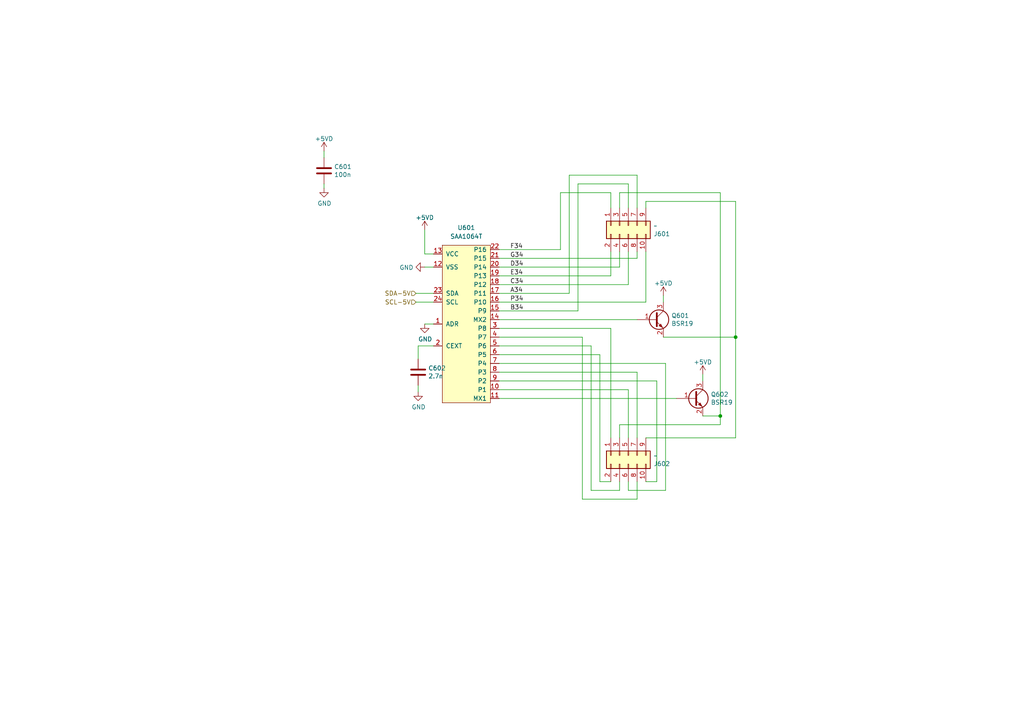
<source format=kicad_sch>
(kicad_sch (version 20250114) (generator "eeschema") (generator_version "9.0")
  (paper "A4")
  (title_block (title "CMOS-74A") (date "2025-09-17") (rev "V0.4") (company "F4DEB") (comment 1 "SEVEN SEGMENTS"))
  (lib_symbols
    (symbol "CEN-SCHEMA:SAA1064T" (pin_names (offset 1.016))
      (property "Reference" "U" (at 46.355 1.905 0))
      (property "Value" "SAA1064T" (at 46.355 1.905 0))
      (symbol "SAA1064T_0_1"
        (rectangle (start -5.08 22.86) (end 8.89 -22.86) (fill (type background)))
      )
      (symbol "SAA1064T_1_1"
        (pin input line (at -7.62 21.59 0) (length 2.54) (name "P16") (number "22"))
        (pin input line (at -7.62 19.05 0) (length 2.54) (name "P15") (number "21"))
        (pin input line (at -7.62 16.51 0) (length 2.54) (name "P14") (number "20"))
        (pin input line (at -7.62 13.97 0) (length 2.54) (name "P13") (number "19"))
        (pin input line (at -7.62 11.43 0) (length 2.54) (name "P12") (number "18"))
        (pin input line (at -7.62 8.89 0) (length 2.54) (name "P11") (number "17"))
        (pin input line (at -7.62 6.35 0) (length 2.54) (name "P10") (number "16"))
        (pin input line (at -7.62 3.81 0) (length 2.54) (name "P9") (number "15"))
        (pin input line (at -7.62 1.27 0) (length 2.54) (name "MX2") (number "14"))
        (pin input line (at -7.62 -1.27 0) (length 2.54) (name "P8") (number "3"))
        (pin input line (at -7.62 -3.81 0) (length 2.54) (name "P7") (number "4"))
        (pin input line (at -7.62 -6.35 0) (length 2.54) (name "P6") (number "5"))
        (pin input line (at -7.62 -8.89 0) (length 2.54) (name "P5") (number "6"))
        (pin input line (at -7.62 -11.43 0) (length 2.54) (name "P4") (number "7"))
        (pin input line (at -7.62 -13.97 0) (length 2.54) (name "P3") (number "8"))
        (pin input line (at -7.62 -16.51 0) (length 2.54) (name "P2") (number "9"))
        (pin input line (at -7.62 -19.05 0) (length 2.54) (name "P1") (number "10"))
        (pin input line (at -7.62 -21.59 0) (length 2.54) (name "MX1") (number "11"))
        (pin input line (at 11.43 20.32 180) (length 2.54) (name "VCC") (number "13"))
        (pin input line (at 11.43 16.51 180) (length 2.54) (name "VSS") (number "12"))
        (pin input line (at 11.43 8.89 180) (length 2.54) (name "SDA") (number "23"))
        (pin input line (at 11.43 6.35 180) (length 2.54) (name "SCL") (number "24"))
        (pin input line (at 11.43 0 180) (length 2.54) (name "ADR") (number "1"))
        (pin input line (at 11.43 -6.35 180) (length 2.54) (name "CEXT") (number "2"))
      )
    )
    (symbol "Connector_Generic:Conn_02x05_Odd_Even" (pin_names (offset 1.016) (hide yes))
      (property "Reference" "J" (at 1.27 7.62 0))
      (property "Value" "Conn_02x05_Odd_Even" (at 1.27 -7.62 0))
      (symbol "Conn_02x05_Odd_Even_1_1"
        (rectangle (start -1.27 6.35) (end 3.81 -6.35) (stroke (width 0.254)) (fill (type background)))
        (rectangle (start -1.27 5.207) (end 0 4.953) (stroke (width 0.1524)))
        (rectangle (start -1.27 2.667) (end 0 2.413) (stroke (width 0.1524)))
        (rectangle (start -1.27 0.127) (end 0 -0.127) (stroke (width 0.1524)))
        (rectangle (start -1.27 -2.413) (end 0 -2.667) (stroke (width 0.1524)))
        (rectangle (start -1.27 -4.953) (end 0 -5.207) (stroke (width 0.1524)))
        (rectangle (start 3.81 5.207) (end 2.54 4.953) (stroke (width 0.1524)))
        (rectangle (start 3.81 2.667) (end 2.54 2.413) (stroke (width 0.1524)))
        (rectangle (start 3.81 0.127) (end 2.54 -0.127) (stroke (width 0.1524)))
        (rectangle (start 3.81 -2.413) (end 2.54 -2.667) (stroke (width 0.1524)))
        (rectangle (start 3.81 -4.953) (end 2.54 -5.207) (stroke (width 0.1524)))
        (pin passive line (at -5.08 5.08 0) (length 3.81) (name "Pin_1") (number "1"))
        (pin passive line (at -5.08 2.54 0) (length 3.81) (name "Pin_3") (number "3"))
        (pin passive line (at -5.08 0 0) (length 3.81) (name "Pin_5") (number "5"))
        (pin passive line (at -5.08 -2.54 0) (length 3.81) (name "Pin_7") (number "7"))
        (pin passive line (at -5.08 -5.08 0) (length 3.81) (name "Pin_9") (number "9"))
        (pin passive line (at 7.62 5.08 180) (length 3.81) (name "Pin_2") (number "2"))
        (pin passive line (at 7.62 2.54 180) (length 3.81) (name "Pin_4") (number "4"))
        (pin passive line (at 7.62 0 180) (length 3.81) (name "Pin_6") (number "6"))
        (pin passive line (at 7.62 -2.54 180) (length 3.81) (name "Pin_8") (number "8"))
        (pin passive line (at 7.62 -5.08 180) (length 3.81) (name "Pin_10") (number "10"))
      )
    )
    (symbol "Device:C" (pin_numbers (hide yes)) (pin_names (offset 0.254))
      (property "Reference" "C" (at 0.635 2.54 0))
      (property "Value" "C" (at 0.635 -2.54 0))
      (symbol "C_0_1"
        (polyline (pts (xy -2.032 0.762) (xy 2.032 0.762)) (stroke (width 0.508)))
        (polyline (pts (xy -2.032 -0.762) (xy 2.032 -0.762)) (stroke (width 0.508)))
      )
      (symbol "C_1_1"
        (pin passive line (at 0 3.81 270) (length 2.794) (name "~") (number "1"))
        (pin passive line (at 0 -3.81 90) (length 2.794) (name "~") (number "2"))
      )
    )
    (symbol "Transistor_BJT:BC817" (pin_names (offset 0) (hide yes))
      (property "Reference" "Q" (at 5.08 1.905 0))
      (property "Value" "BC817" (at 5.08 0 0))
      (symbol "BC817_0_1"
        (polyline (pts (xy 0.635 1.905) (xy 0.635 -1.905) (xy 0.635 -1.905)) (stroke (width 0.508)))
        (polyline (pts (xy 0.635 0.635) (xy 2.54 2.54)))
        (polyline (pts (xy 0.635 -0.635) (xy 2.54 -2.54) (xy 2.54 -2.54)))
        (circle (center 1.27 0) (radius 2.8194) (stroke (width 0.254)))
        (polyline (pts (xy 1.27 -1.778) (xy 1.778 -1.27) (xy 2.286 -2.286) (xy 1.27 -1.778) (xy 1.27 -1.778)) (fill (type outline)))
      )
      (symbol "BC817_1_1"
        (pin input line (at -5.08 0 0) (length 5.715) (name "B") (number "1"))
        (pin passive line (at 2.54 5.08 270) (length 2.54) (name "C") (number "3"))
        (pin passive line (at 2.54 -5.08 90) (length 2.54) (name "E") (number "2"))
      )
    )
    (symbol "power:+5VD" (power) (pin_names (offset 0))
      (property "Value" "+5VD" (at 0 3.556 0))
      (symbol "+5VD_0_1"
        (polyline (pts (xy -0.762 1.27) (xy 0 2.54)))
        (polyline (pts (xy 0 2.54) (xy 0.762 1.27)))
        (polyline (pts (xy 0 0) (xy 0 2.54)))
      )
      (symbol "+5VD_1_1"
        (pin power_in line (at 0 0 90) (length 0) (hide yes) (name "+5VD") (number "1"))
      )
    )
    (symbol "power:GND" (power) (pin_names (offset 0))
      (property "Value" "GND" (at 0 -3.81 0))
      (symbol "GND_0_1"
        (polyline (pts (xy 0 0) (xy 0 -1.27) (xy 1.27 -1.27) (xy 0 -2.54) (xy -1.27 -1.27) (xy 0 -1.27)))
      )
      (symbol "GND_1_1"
        (pin power_in line (at 0 0 270) (length 0) (hide yes) (name "GND") (number "1"))
      )
    )
  )
  (junction (at 213.36 97.79))
  (junction (at 208.915 120.65))
  (wire (pts (xy 184.785 144.78) (xy 184.785 139.7)))
  (wire (pts (xy 144.78 110.49) (xy 190.5 110.49)))
  (wire (pts (xy 144.78 113.03) (xy 182.245 113.03)))
  (wire (pts (xy 190.5 139.7) (xy 187.325 139.7)))
  (wire (pts (xy 177.165 95.25) (xy 177.165 127)))
  (wire (pts (xy 196.215 115.57) (xy 144.78 115.57)))
  (wire (pts (xy 184.785 74.93) (xy 184.785 73.025)))
  (wire (pts (xy 193.04 105.41) (xy 193.04 142.24)))
  (wire (pts (xy 144.78 85.09) (xy 165.1 85.09)))
  (wire (pts (xy 93.98 53.34) (xy 93.98 54.61)))
  (wire (pts (xy 187.325 58.42) (xy 187.325 60.325)))
  (wire (pts (xy 171.45 100.33) (xy 171.45 142.24)))
  (wire (pts (xy 193.04 142.24) (xy 182.245 142.24)))
  (wire (pts (xy 144.78 97.79) (xy 168.91 97.79)))
  (wire (pts (xy 123.19 73.66) (xy 125.73 73.66)))
  (wire (pts (xy 177.165 55.88) (xy 177.165 60.325)))
  (wire (pts (xy 182.245 142.24) (xy 182.245 139.7)))
  (wire (pts (xy 182.245 53.34) (xy 182.245 60.325)))
  (wire (pts (xy 144.78 102.87) (xy 173.99 102.87)))
  (wire (pts (xy 93.98 43.815) (xy 93.98 45.72)))
  (wire (pts (xy 144.78 100.33) (xy 171.45 100.33)))
  (wire (pts (xy 177.165 80.01) (xy 177.165 73.025)))
  (wire (pts (xy 144.78 90.17) (xy 167.64 90.17)))
  (wire (pts (xy 120.65 85.09) (xy 125.73 85.09)))
  (wire (pts (xy 171.45 142.24) (xy 179.705 142.24)))
  (wire (pts (xy 208.915 55.88) (xy 208.915 120.65)))
  (wire (pts (xy 173.99 102.87) (xy 173.99 139.7)))
  (wire (pts (xy 144.78 82.55) (xy 182.245 82.55)))
  (wire (pts (xy 123.19 66.675) (xy 123.19 73.66)))
  (wire (pts (xy 192.405 87.63) (xy 192.405 85.725)))
  (wire (pts (xy 203.835 110.49) (xy 203.835 108.585)))
  (wire (pts (xy 123.19 77.47) (xy 125.73 77.47)))
  (wire (pts (xy 144.78 107.95) (xy 184.785 107.95)))
  (wire (pts (xy 120.65 87.63) (xy 125.73 87.63)))
  (wire (pts (xy 121.285 111.76) (xy 121.285 113.665)))
  (wire (pts (xy 184.785 107.95) (xy 184.785 127)))
  (wire (pts (xy 168.91 144.78) (xy 184.785 144.78)))
  (wire (pts (xy 182.245 82.55) (xy 182.245 73.025)))
  (wire (pts (xy 190.5 110.49) (xy 190.5 139.7)))
  (wire (pts (xy 125.73 100.33) (xy 121.285 100.33)))
  (wire (pts (xy 144.78 105.41) (xy 193.04 105.41)))
  (wire (pts (xy 179.705 77.47) (xy 179.705 73.025)))
  (wire (pts (xy 182.245 113.03) (xy 182.245 127)))
  (wire (pts (xy 144.78 77.47) (xy 179.705 77.47)))
  (wire (pts (xy 187.325 87.63) (xy 187.325 73.025)))
  (wire (pts (xy 162.56 55.88) (xy 177.165 55.88)))
  (wire (pts (xy 213.36 58.42) (xy 187.325 58.42)))
  (wire (pts (xy 208.915 120.65) (xy 208.915 123.19)))
  (wire (pts (xy 144.78 72.39) (xy 162.56 72.39)))
  (wire (pts (xy 173.99 139.7) (xy 177.165 139.7)))
  (wire (pts (xy 179.705 55.88) (xy 179.705 60.325)))
  (wire (pts (xy 165.1 50.8) (xy 165.1 85.09)))
  (wire (pts (xy 192.405 97.79) (xy 213.36 97.79)))
  (wire (pts (xy 179.705 123.19) (xy 179.705 127)))
  (wire (pts (xy 179.705 142.24) (xy 179.705 139.7)))
  (wire (pts (xy 123.19 93.98) (xy 125.73 93.98)))
  (wire (pts (xy 203.835 120.65) (xy 208.915 120.65)))
  (wire (pts (xy 168.91 97.79) (xy 168.91 144.78)))
  (wire (pts (xy 184.785 50.8) (xy 184.785 60.325)))
  (wire (pts (xy 144.78 95.25) (xy 177.165 95.25)))
  (wire (pts (xy 167.64 53.34) (xy 167.64 90.17)))
  (wire (pts (xy 208.915 123.19) (xy 179.705 123.19)))
  (wire (pts (xy 165.1 50.8) (xy 184.785 50.8)))
  (wire (pts (xy 187.325 127) (xy 213.36 127)))
  (wire (pts (xy 144.78 74.93) (xy 184.785 74.93)))
  (wire (pts (xy 162.56 55.88) (xy 162.56 72.39)))
  (wire (pts (xy 144.78 92.71) (xy 184.785 92.71)))
  (wire (pts (xy 121.285 100.33) (xy 121.285 104.14)))
  (wire (pts (xy 213.36 97.79) (xy 213.36 58.42)))
  (wire (pts (xy 208.915 55.88) (xy 179.705 55.88)))
  (wire (pts (xy 144.78 80.01) (xy 177.165 80.01)))
  (wire (pts (xy 213.36 127) (xy 213.36 97.79)))
  (wire (pts (xy 167.64 53.34) (xy 182.245 53.34)))
  (wire (pts (xy 144.78 87.63) (xy 187.325 87.63)))
  (label "P34" (at 147.955 87.63 0))
  (label "F34" (at 147.955 72.39 0))
  (label "D34" (at 147.955 77.47 0))
  (label "C34" (at 147.955 82.55 0))
  (label "E34" (at 147.955 80.01 0))
  (label "B34" (at 147.955 90.17 0))
  (label "A34" (at 147.955 85.09 0))
  (label "G34" (at 147.955 74.93 0))
  (hierarchical_label "SCL-5V" (shape input) (at 120.65 87.63 180))
  (hierarchical_label "SDA-5V" (shape input) (at 120.65 85.09 180))
  (symbol (lib_id "Device:C") (at 93.98 49.53 0) (unit 1)
    (property "Reference" "C601" (at 96.901 48.3616 0) (effects (justify left)))
    (property "Value" "100n" (at 96.901 50.673 0) (effects (justify left)))
    (property "Footprint" "Capacitor_SMD:C_0603_1608Metric" (effects (hide yes)))
  )
  (symbol (lib_id "Connector_Generic:Conn_02x05_Odd_Even") (at 182.245 132.08 90) (mirror x) (unit 1)
    (property "Reference" "J602" (at 189.5602 134.5184 90) (effects (justify right)))
    (property "Value" "~" (at 189.5602 132.207 90) (effects (justify right)))
    (property "Footprint" "Connector_PinSocket_2.54mm:PinSocket_2x05_P2.54mm_Horizontal" (effects (hide yes)))
  )
  (symbol (lib_id "Connector_Generic:Conn_02x05_Odd_Even") (at 182.245 65.405 90) (mirror x) (unit 1)
    (property "Reference" "J601" (at 189.5602 67.8434 90) (effects (justify right)))
    (property "Value" "~" (at 189.5602 65.532 90) (effects (justify right)))
    (property "Footprint" "Connector_PinSocket_2.54mm:PinSocket_2x05_P2.54mm_Horizontal" (effects (hide yes)))
  )
  (symbol (lib_id "power:GND") (at 123.19 77.47 270) (unit 1)
    (property "Reference" "#PWR0324" (effects (hide yes)))
    (property "Value" "GND" (at 119.9388 77.597 90) (effects (justify right)))
  )
  (symbol (lib_id "power:+5VD") (at 192.405 85.725 0) (unit 1)
    (property "Reference" "#PWR0328" (effects (hide yes)))
    (property "Value" "+5VD" (at 192.405 82.169 0))
  )
  (symbol (lib_id "CEN-SCHEMA:SAA1064T") (at 137.16 93.98 0) (mirror y) (unit 1)
    (property "Reference" "U601" (at 135.255 66.04 0))
    (property "Value" "SAA1064T" (at 135.255 68.58 0))
    (property "Footprint" "Package_SO:SOP-24_7.5x15.4mm_P1.27mm" (effects (hide yes)))
  )
  (symbol (lib_id "power:GND") (at 123.19 93.98 0) (unit 1)
    (property "Reference" "#PWR0325" (effects (hide yes)))
    (property "Value" "GND" (at 123.317 98.3742 0))
  )
  (symbol (lib_id "power:GND") (at 121.285 113.665 0) (unit 1)
    (property "Reference" "#PWR0322" (effects (hide yes)))
    (property "Value" "GND" (at 121.412 118.0592 0))
  )
  (symbol (lib_id "power:+5VD") (at 203.835 108.585 0) (unit 1)
    (property "Reference" "#PWR0329" (effects (hide yes)))
    (property "Value" "+5VD" (at 203.835 105.029 0))
  )
  (symbol (lib_id "Device:C") (at 121.285 107.95 0) (unit 1)
    (property "Reference" "C602" (at 124.206 106.7816 0) (effects (justify left)))
    (property "Value" "2.7n" (at 124.206 109.093 0) (effects (justify left)))
    (property "Footprint" "Capacitor_SMD:C_0603_1608Metric" (effects (hide yes)))
  )
  (symbol (lib_id "Transistor_BJT:BC817") (at 189.865 92.71 0) (unit 1)
    (property "Reference" "Q601" (at 194.7164 91.5416 0) (effects (justify left)))
    (property "Value" "BSR19" (at 194.7164 93.853 0) (effects (justify left)))
    (property "Footprint" "Package_TO_SOT_SMD:SOT-23" (effects (hide yes)))
    (property "Datasheet" "https://www.onsemi.com/pub/Collateral/BC818-D.pdf" (effects (hide yes)))
  )
  (symbol (lib_id "power:+5VD") (at 93.98 43.815 0) (unit 1)
    (property "Reference" "#PWR0326" (effects (hide yes)))
    (property "Value" "+5VD" (at 93.98 40.259 0))
  )
  (symbol (lib_id "power:+5VD") (at 123.19 66.675 0) (unit 1)
    (property "Reference" "#PWR0323" (effects (hide yes)))
    (property "Value" "+5VD" (at 123.19 63.119 0))
  )
  (symbol (lib_id "power:GND") (at 93.98 54.61 0) (unit 1)
    (property "Reference" "#PWR0327" (effects (hide yes)))
    (property "Value" "GND" (at 94.107 59.0042 0))
  )
  (symbol (lib_id "Transistor_BJT:BC817") (at 201.295 115.57 0) (unit 1)
    (property "Reference" "Q602" (at 206.1464 114.4016 0) (effects (justify left)))
    (property "Value" "BSR19" (at 206.1464 116.713 0) (effects (justify left)))
    (property "Footprint" "Package_TO_SOT_SMD:SOT-23" (effects (hide yes)))
    (property "Datasheet" "https://www.onsemi.com/pub/Collateral/BC818-D.pdf" (effects (hide yes)))
  )
)
</source>
